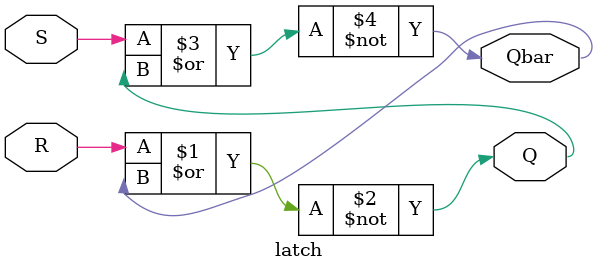
<source format=v>
`timescale 1ns / 1ps
module latch(input R, input S, output Q, output Qbar);
nor (Q, R, Qbar);
nor (Qbar, S, Q);
endmodule 


</source>
